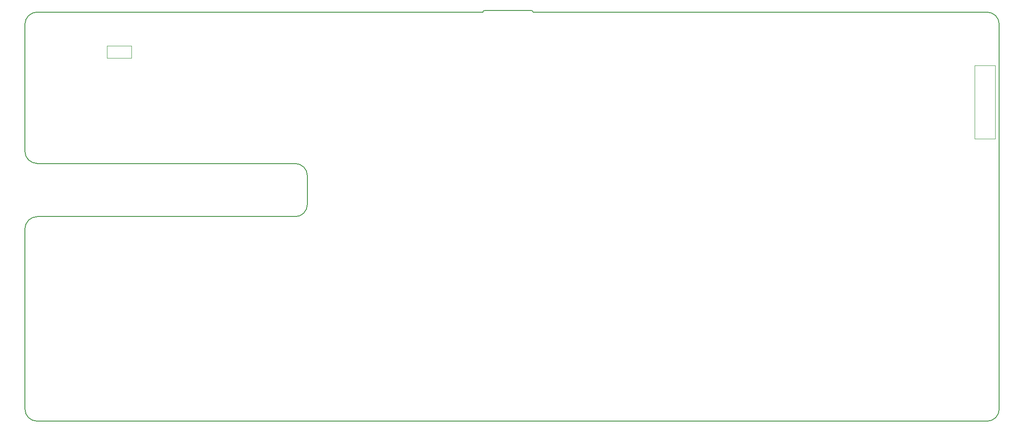
<source format=gbr>
%TF.GenerationSoftware,KiCad,Pcbnew,8.0.8*%
%TF.CreationDate,2025-05-03T23:17:50+02:00*%
%TF.ProjectId,pandemonium BLE e7 cutout,70616e64-656d-46f6-9e69-756d20424c45,rev?*%
%TF.SameCoordinates,Original*%
%TF.FileFunction,Profile,NP*%
%FSLAX46Y46*%
G04 Gerber Fmt 4.6, Leading zero omitted, Abs format (unit mm)*
G04 Created by KiCad (PCBNEW 8.0.8) date 2025-05-03 23:17:50*
%MOMM*%
%LPD*%
G01*
G04 APERTURE LIST*
%TA.AperFunction,Profile*%
%ADD10C,0.200000*%
%TD*%
%TA.AperFunction,Profile*%
%ADD11C,0.100000*%
%TD*%
G04 APERTURE END LIST*
D10*
X32543750Y-67468750D02*
G75*
G02*
X34925000Y-65087500I2381350J-100D01*
G01*
D11*
X216693750Y-35718750D02*
X220662500Y-35718750D01*
X220662500Y-50006250D01*
X216693750Y-50006250D01*
X216693750Y-35718750D01*
D10*
X34925000Y-104775000D02*
G75*
G02*
X32543800Y-102393750I100J2381300D01*
G01*
X130768750Y-25106250D02*
X121643750Y-25106250D01*
X221456325Y-102393825D02*
G75*
G02*
X219075075Y-104775025I-2381325J125D01*
G01*
X121350000Y-25400000D02*
X34924925Y-25399925D01*
X32543675Y-27781175D02*
X32543750Y-52387500D01*
X34925000Y-54768750D02*
G75*
G02*
X32543750Y-52387500I100J2381350D01*
G01*
X219075075Y-25399925D02*
G75*
G02*
X221456375Y-27781175I-75J-2381375D01*
G01*
X84931250Y-54768750D02*
G75*
G02*
X87312550Y-57150000I-150J-2381450D01*
G01*
X34925000Y-54768750D02*
X84931250Y-54768750D01*
X219075075Y-25399925D02*
X131062500Y-25400000D01*
X221456325Y-102393825D02*
X221456250Y-53477800D01*
D11*
X48418750Y-31950000D02*
X53181250Y-31950000D01*
X53181250Y-34331250D01*
X48418750Y-34331250D01*
X48418750Y-31950000D01*
D10*
X32543675Y-27781175D02*
G75*
G02*
X34924925Y-25399925I2381325J-75D01*
G01*
X87312650Y-62706350D02*
G75*
G02*
X84931400Y-65087650I-2381250J-50D01*
G01*
X221456250Y-53477800D02*
X221456250Y-27781250D01*
X130768750Y-25106250D02*
G75*
G02*
X131062550Y-25400000I50J-293750D01*
G01*
X34925000Y-104775000D02*
X219075000Y-104775000D01*
X121350000Y-25400000D02*
G75*
G02*
X121643750Y-25106300I293700J0D01*
G01*
X32543750Y-67468750D02*
X32543750Y-102393750D01*
X84931400Y-65087600D02*
X34925150Y-65087600D01*
X87312500Y-57150000D02*
X87312650Y-62706350D01*
M02*

</source>
